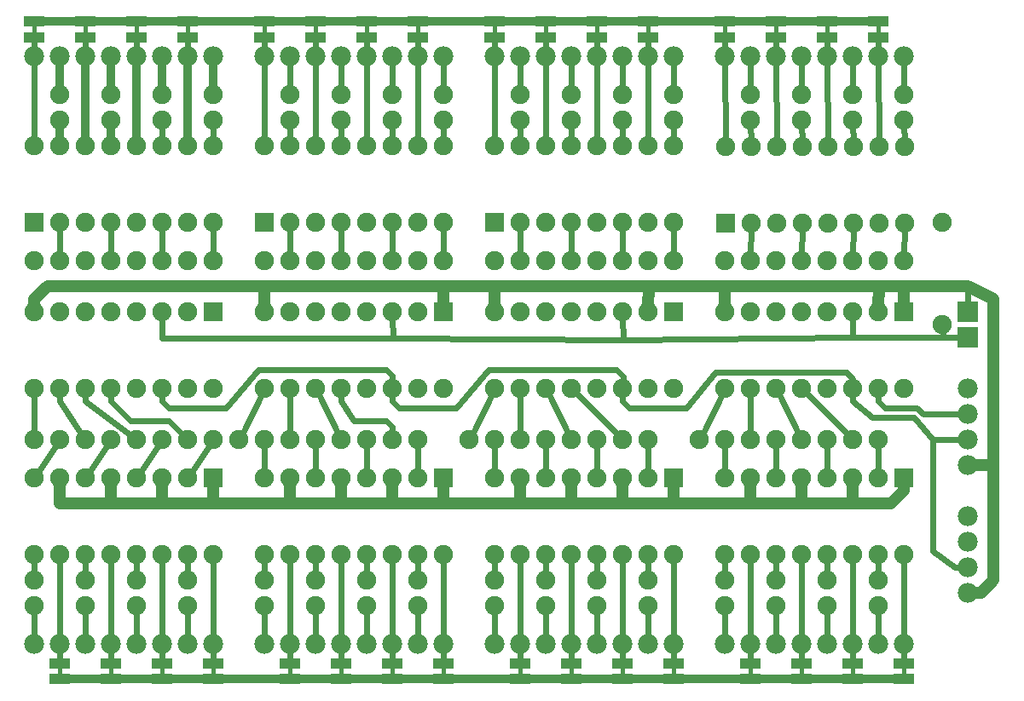
<source format=gbl>
G04 MADE WITH FRITZING*
G04 WWW.FRITZING.ORG*
G04 DOUBLE SIDED*
G04 HOLES PLATED*
G04 CONTOUR ON CENTER OF CONTOUR VECTOR*
%ASAXBY*%
%FSLAX23Y23*%
%MOIN*%
%OFA0B0*%
%SFA1.0B1.0*%
%ADD10C,0.075000*%
%ADD11C,0.078000*%
%ADD12R,0.078740X0.078740*%
%ADD13R,0.075000X0.075000*%
%ADD14R,0.078740X0.039370*%
%ADD15C,0.024000*%
%ADD16C,0.048000*%
%ADD17C,0.032000*%
%ADD18C,0.016000*%
%LNCOPPER0*%
G90*
G70*
G54D10*
X3673Y1854D03*
X3673Y1454D03*
G54D11*
X823Y2504D03*
X723Y2504D03*
X623Y2504D03*
X523Y2504D03*
X423Y2504D03*
X323Y2504D03*
X223Y2504D03*
X123Y2504D03*
X1723Y2504D03*
X1623Y2504D03*
X1523Y2504D03*
X1423Y2504D03*
X1323Y2504D03*
X1223Y2504D03*
X1123Y2504D03*
X1023Y2504D03*
X2623Y2504D03*
X2523Y2504D03*
X2423Y2504D03*
X2323Y2504D03*
X2223Y2504D03*
X2123Y2504D03*
X2023Y2504D03*
X1923Y2504D03*
X3523Y2504D03*
X3423Y2504D03*
X3323Y2504D03*
X3223Y2504D03*
X3123Y2504D03*
X3023Y2504D03*
X2923Y2504D03*
X2823Y2504D03*
G54D10*
X823Y1504D03*
X823Y1204D03*
X723Y1504D03*
X723Y1204D03*
X623Y1504D03*
X623Y1204D03*
X523Y1504D03*
X523Y1204D03*
X423Y1504D03*
X423Y1204D03*
X323Y1504D03*
X323Y1204D03*
X223Y1504D03*
X223Y1204D03*
X123Y1504D03*
X123Y1204D03*
X1723Y1504D03*
X1723Y1204D03*
X1623Y1504D03*
X1623Y1204D03*
X1523Y1504D03*
X1523Y1204D03*
X1423Y1504D03*
X1423Y1204D03*
X1323Y1504D03*
X1323Y1204D03*
X1223Y1504D03*
X1223Y1204D03*
X1123Y1504D03*
X1123Y1204D03*
X1023Y1504D03*
X1023Y1204D03*
X2623Y1504D03*
X2623Y1204D03*
X2523Y1504D03*
X2523Y1204D03*
X2423Y1504D03*
X2423Y1204D03*
X2323Y1504D03*
X2323Y1204D03*
X2223Y1504D03*
X2223Y1204D03*
X2123Y1504D03*
X2123Y1204D03*
X2023Y1504D03*
X2023Y1204D03*
X1923Y1504D03*
X1923Y1204D03*
X3523Y1504D03*
X3523Y1204D03*
X3423Y1504D03*
X3423Y1204D03*
X3323Y1504D03*
X3323Y1204D03*
X3223Y1504D03*
X3223Y1204D03*
X3123Y1504D03*
X3123Y1204D03*
X3023Y1504D03*
X3023Y1204D03*
X2923Y1504D03*
X2923Y1204D03*
X2823Y1504D03*
X2823Y1204D03*
G54D11*
X3773Y704D03*
X3773Y604D03*
X3773Y504D03*
X3773Y404D03*
X3773Y1204D03*
X3773Y1104D03*
X3773Y1004D03*
X3773Y904D03*
G54D10*
X823Y854D03*
X823Y554D03*
X723Y854D03*
X723Y554D03*
X623Y854D03*
X623Y554D03*
X523Y854D03*
X523Y554D03*
X423Y854D03*
X423Y554D03*
X323Y854D03*
X323Y554D03*
X223Y854D03*
X223Y554D03*
X123Y854D03*
X123Y554D03*
X1723Y854D03*
X1723Y554D03*
X1623Y854D03*
X1623Y554D03*
X1523Y854D03*
X1523Y554D03*
X1423Y854D03*
X1423Y554D03*
X1323Y854D03*
X1323Y554D03*
X1223Y854D03*
X1223Y554D03*
X1123Y854D03*
X1123Y554D03*
X1023Y854D03*
X1023Y554D03*
X2623Y854D03*
X2623Y554D03*
X2523Y854D03*
X2523Y554D03*
X2423Y854D03*
X2423Y554D03*
X2323Y854D03*
X2323Y554D03*
X2223Y854D03*
X2223Y554D03*
X2123Y854D03*
X2123Y554D03*
X2023Y854D03*
X2023Y554D03*
X1923Y854D03*
X1923Y554D03*
X3523Y854D03*
X3523Y554D03*
X3423Y854D03*
X3423Y554D03*
X3323Y854D03*
X3323Y554D03*
X3223Y854D03*
X3223Y554D03*
X3123Y854D03*
X3123Y554D03*
X3023Y854D03*
X3023Y554D03*
X2923Y854D03*
X2923Y554D03*
X2823Y854D03*
X2823Y554D03*
X123Y1854D03*
X123Y2154D03*
X223Y1854D03*
X223Y2154D03*
X323Y1854D03*
X323Y2154D03*
X423Y1854D03*
X423Y2154D03*
X523Y1854D03*
X523Y2154D03*
X623Y1854D03*
X623Y2154D03*
X723Y1854D03*
X723Y2154D03*
X823Y1854D03*
X823Y2154D03*
X1923Y1854D03*
X1923Y2154D03*
X2023Y1854D03*
X2023Y2154D03*
X2123Y1854D03*
X2123Y2154D03*
X2223Y1854D03*
X2223Y2154D03*
X2323Y1854D03*
X2323Y2154D03*
X2423Y1854D03*
X2423Y2154D03*
X2523Y1854D03*
X2523Y2154D03*
X2623Y1854D03*
X2623Y2154D03*
X1023Y1854D03*
X1023Y2154D03*
X1123Y1854D03*
X1123Y2154D03*
X1223Y1854D03*
X1223Y2154D03*
X1323Y1854D03*
X1323Y2154D03*
X1423Y1854D03*
X1423Y2154D03*
X1523Y1854D03*
X1523Y2154D03*
X1623Y1854D03*
X1623Y2154D03*
X1723Y1854D03*
X1723Y2154D03*
X2824Y1853D03*
X2824Y2153D03*
X2924Y1853D03*
X2924Y2153D03*
X3024Y1853D03*
X3024Y2153D03*
X3124Y1853D03*
X3124Y2153D03*
X3224Y1853D03*
X3224Y2153D03*
X3324Y1853D03*
X3324Y2153D03*
X3424Y1853D03*
X3424Y2153D03*
X3524Y1853D03*
X3524Y2153D03*
X3523Y2254D03*
X3523Y2354D03*
X3123Y2354D03*
X3123Y2254D03*
X1723Y2354D03*
X1723Y2254D03*
X2623Y2354D03*
X2623Y2254D03*
X1523Y2354D03*
X1523Y2254D03*
X2423Y2354D03*
X2423Y2254D03*
X1323Y2354D03*
X1323Y2254D03*
X2223Y2354D03*
X2223Y2254D03*
X1123Y2354D03*
X1123Y2254D03*
X2023Y2354D03*
X2023Y2254D03*
X3323Y1004D03*
X3423Y1004D03*
X3123Y1004D03*
X3223Y1004D03*
X2923Y1004D03*
X3023Y1004D03*
X123Y1004D03*
X223Y1004D03*
X923Y1004D03*
X1023Y1004D03*
X1823Y1004D03*
X1923Y1004D03*
X323Y1004D03*
X423Y1004D03*
X1123Y1004D03*
X1223Y1004D03*
X2023Y1004D03*
X2123Y1004D03*
X523Y1004D03*
X623Y1004D03*
X1323Y1004D03*
X1423Y1004D03*
X2223Y1004D03*
X2323Y1004D03*
X723Y1004D03*
X823Y1004D03*
X1523Y1004D03*
X1623Y1004D03*
X2423Y1004D03*
X2523Y1004D03*
X2723Y1004D03*
X2823Y1004D03*
X3423Y1704D03*
X3523Y1704D03*
X3023Y1704D03*
X3123Y1704D03*
X3323Y1704D03*
X3223Y1704D03*
X723Y1704D03*
X823Y1704D03*
X1623Y1704D03*
X1723Y1704D03*
X2523Y1704D03*
X2623Y1704D03*
X623Y1704D03*
X523Y1704D03*
X1523Y1704D03*
X1423Y1704D03*
X2423Y1704D03*
X2323Y1704D03*
X323Y1704D03*
X423Y1704D03*
X1223Y1704D03*
X1323Y1704D03*
X2123Y1704D03*
X2223Y1704D03*
X223Y1704D03*
X123Y1704D03*
X1123Y1704D03*
X1023Y1704D03*
X2023Y1704D03*
X1923Y1704D03*
X2923Y1704D03*
X2823Y1704D03*
X3423Y454D03*
X3423Y354D03*
X3223Y454D03*
X3223Y354D03*
X3023Y454D03*
X3023Y354D03*
X723Y454D03*
X723Y354D03*
X1623Y454D03*
X1623Y354D03*
X2523Y454D03*
X2523Y354D03*
X523Y454D03*
X523Y354D03*
X1423Y454D03*
X1423Y354D03*
X2323Y454D03*
X2323Y354D03*
X323Y454D03*
X323Y354D03*
X1223Y454D03*
X1223Y354D03*
X2123Y454D03*
X2123Y354D03*
X123Y454D03*
X123Y354D03*
X1023Y454D03*
X1023Y354D03*
X1923Y454D03*
X1923Y354D03*
X2823Y454D03*
X2823Y354D03*
X823Y2354D03*
X823Y2254D03*
X623Y2354D03*
X623Y2254D03*
X223Y2354D03*
X223Y2254D03*
X423Y2354D03*
X423Y2254D03*
G54D11*
X123Y204D03*
X223Y204D03*
X323Y204D03*
X423Y204D03*
X523Y204D03*
X623Y204D03*
X723Y204D03*
X823Y204D03*
X2823Y204D03*
X2923Y204D03*
X3023Y204D03*
X3123Y204D03*
X3223Y204D03*
X3323Y204D03*
X3423Y204D03*
X3523Y204D03*
X1923Y204D03*
X2023Y204D03*
X2123Y204D03*
X2223Y204D03*
X2323Y204D03*
X2423Y204D03*
X2523Y204D03*
X2623Y204D03*
X1023Y204D03*
X1123Y204D03*
X1223Y204D03*
X1323Y204D03*
X1423Y204D03*
X1523Y204D03*
X1623Y204D03*
X1723Y204D03*
G54D10*
X3323Y2254D03*
X3323Y2354D03*
X2923Y2354D03*
X2923Y2254D03*
G54D12*
X3773Y1504D03*
X3773Y1404D03*
G54D13*
X823Y1504D03*
X1723Y1504D03*
X2623Y1504D03*
X3523Y1504D03*
X823Y854D03*
X1723Y854D03*
X2623Y854D03*
X3523Y854D03*
X123Y1854D03*
X1923Y1854D03*
X1023Y1854D03*
X2824Y1853D03*
G54D14*
X2823Y2642D03*
X223Y129D03*
X423Y67D03*
X423Y129D03*
X623Y67D03*
X223Y67D03*
X123Y2579D03*
X523Y2579D03*
X623Y129D03*
X323Y2642D03*
X123Y2642D03*
X323Y2579D03*
X823Y67D03*
X1523Y67D03*
X523Y2642D03*
X1523Y129D03*
X1723Y129D03*
X1723Y67D03*
X1323Y129D03*
X823Y129D03*
X1323Y67D03*
X1123Y67D03*
X2023Y67D03*
X2023Y129D03*
X1123Y129D03*
X2123Y2642D03*
X3423Y2642D03*
X2323Y2579D03*
X2523Y2642D03*
X723Y2579D03*
X2523Y2579D03*
X3423Y2579D03*
X2823Y2579D03*
X3223Y2642D03*
X3023Y2642D03*
X3223Y2579D03*
X3023Y2579D03*
X2323Y2642D03*
X1223Y2642D03*
X1423Y2579D03*
X1023Y2642D03*
X723Y2642D03*
X1023Y2579D03*
X1223Y2579D03*
X1423Y2642D03*
X1923Y2642D03*
X1923Y2579D03*
X2123Y2579D03*
X1623Y2642D03*
X1623Y2579D03*
X2423Y67D03*
X2423Y129D03*
X3523Y67D03*
X3323Y67D03*
X3123Y67D03*
X2923Y67D03*
X2623Y67D03*
X3523Y129D03*
X3323Y129D03*
X3123Y129D03*
X2923Y129D03*
X2623Y129D03*
X2223Y67D03*
X2223Y129D03*
G54D15*
X3773Y1604D02*
X3773Y1536D01*
D02*
X623Y1403D02*
X623Y1487D01*
D02*
X1524Y1403D02*
X623Y1403D01*
D02*
X1523Y1487D02*
X1524Y1403D01*
D02*
X2425Y1396D02*
X2423Y1487D01*
D02*
X1524Y1403D02*
X2425Y1396D01*
D02*
X3323Y1404D02*
X3323Y1487D01*
D02*
X2425Y1396D02*
X3323Y1404D01*
D02*
X3674Y1405D02*
X3742Y1404D01*
D02*
X3673Y1437D02*
X3674Y1405D01*
D02*
X3323Y1404D02*
X3674Y1405D01*
G54D16*
D02*
X1023Y1604D02*
X174Y1604D01*
D02*
X174Y1604D02*
X123Y1554D01*
D02*
X1023Y1604D02*
X1023Y1522D01*
D02*
X1723Y1604D02*
X1023Y1604D01*
D02*
X123Y1554D02*
X123Y1522D01*
D02*
X1723Y1604D02*
X1923Y1604D01*
D02*
X1923Y1604D02*
X1923Y1522D01*
D02*
X1723Y1604D02*
X1723Y1522D01*
D02*
X2524Y1604D02*
X1923Y1604D01*
D02*
X2524Y1604D02*
X2523Y1522D01*
D02*
X2823Y1604D02*
X2524Y1604D01*
D02*
X2823Y1604D02*
X2823Y1522D01*
D02*
X3424Y1605D02*
X2823Y1604D01*
D02*
X3523Y1604D02*
X3424Y1605D01*
D02*
X3424Y1605D02*
X3423Y1522D01*
G54D15*
D02*
X2824Y2171D02*
X2823Y2485D01*
D02*
X3448Y1130D02*
X3423Y1154D01*
D02*
X3423Y1154D02*
X3423Y1187D01*
D02*
X3573Y1130D02*
X3448Y1130D01*
D02*
X3598Y1104D02*
X3573Y1130D01*
D02*
X3754Y1104D02*
X3598Y1104D01*
D02*
X2923Y2372D02*
X2923Y2485D01*
D02*
X3024Y2171D02*
X3023Y2485D01*
D02*
X3123Y2372D02*
X3123Y2485D01*
D02*
X3224Y2171D02*
X3223Y2485D01*
D02*
X3323Y2372D02*
X3323Y2485D01*
D02*
X3424Y2171D02*
X3423Y2485D01*
D02*
X3523Y2372D02*
X3523Y2485D01*
D02*
X1923Y2172D02*
X1923Y2485D01*
D02*
X2023Y2372D02*
X2023Y2485D01*
D02*
X2123Y2172D02*
X2123Y2485D01*
D02*
X2223Y2372D02*
X2223Y2485D01*
D02*
X2323Y2172D02*
X2323Y2485D01*
D02*
X2423Y2372D02*
X2423Y2485D01*
D02*
X2523Y2172D02*
X2523Y2485D01*
D02*
X2623Y2372D02*
X2623Y2485D01*
D02*
X1723Y2372D02*
X1723Y2485D01*
D02*
X1623Y2172D02*
X1623Y2485D01*
D02*
X1523Y2372D02*
X1523Y2485D01*
D02*
X1423Y2172D02*
X1423Y2485D01*
D02*
X1323Y2372D02*
X1323Y2485D01*
D02*
X1223Y2172D02*
X1223Y2485D01*
D02*
X1123Y2372D02*
X1123Y2485D01*
D02*
X1023Y2172D02*
X1023Y2485D01*
G54D17*
D02*
X323Y2172D02*
X323Y2485D01*
D02*
X523Y2172D02*
X523Y2485D01*
D02*
X723Y2172D02*
X723Y2485D01*
G54D16*
D02*
X3873Y904D02*
X3792Y904D01*
D02*
X3873Y904D02*
X3872Y454D01*
D02*
X3872Y1554D02*
X3873Y904D01*
D02*
X3773Y1604D02*
X3872Y1554D01*
D02*
X3872Y454D02*
X3824Y404D01*
D02*
X3623Y1604D02*
X3773Y1604D01*
D02*
X3523Y1604D02*
X3623Y1604D01*
D02*
X3523Y1522D02*
X3523Y1604D01*
D02*
X3824Y404D02*
X3792Y404D01*
G54D15*
D02*
X1123Y2172D02*
X1123Y2237D01*
D02*
X1323Y2172D02*
X1323Y2237D01*
D02*
X1523Y2172D02*
X1523Y2237D01*
D02*
X1723Y2172D02*
X1723Y2237D01*
D02*
X1723Y1722D02*
X1723Y1837D01*
D02*
X1523Y1722D02*
X1523Y1837D01*
D02*
X1323Y1722D02*
X1323Y1837D01*
D02*
X1123Y1722D02*
X1123Y1837D01*
D02*
X223Y1722D02*
X223Y1837D01*
D02*
X423Y1722D02*
X423Y1837D01*
D02*
X623Y1722D02*
X623Y1837D01*
D02*
X823Y1722D02*
X823Y1837D01*
D02*
X123Y1022D02*
X123Y1187D01*
D02*
X223Y1155D02*
X223Y1187D01*
D02*
X313Y1019D02*
X223Y1155D01*
D02*
X323Y1155D02*
X323Y1187D01*
D02*
X509Y1015D02*
X323Y1155D01*
D02*
X648Y1079D02*
X498Y1079D01*
D02*
X711Y1016D02*
X648Y1079D01*
D02*
X423Y1154D02*
X423Y1187D01*
D02*
X498Y1079D02*
X423Y1154D01*
D02*
X931Y1020D02*
X1015Y1188D01*
D02*
X1123Y1022D02*
X1123Y1187D01*
D02*
X1315Y1020D02*
X1231Y1188D01*
D02*
X1498Y1079D02*
X1373Y1079D01*
D02*
X1373Y1079D02*
X1323Y1154D01*
D02*
X1523Y1054D02*
X1498Y1079D01*
D02*
X1323Y1154D02*
X1323Y1187D01*
D02*
X1523Y1022D02*
X1523Y1054D01*
D02*
X133Y869D02*
X213Y990D01*
D02*
X333Y869D02*
X413Y990D01*
D02*
X533Y869D02*
X613Y990D01*
D02*
X733Y869D02*
X813Y990D01*
D02*
X1023Y872D02*
X1023Y987D01*
D02*
X1223Y872D02*
X1223Y987D01*
D02*
X1423Y872D02*
X1423Y987D01*
D02*
X1623Y872D02*
X1623Y987D01*
G54D16*
D02*
X2023Y754D02*
X1723Y754D01*
D02*
X1723Y754D02*
X1523Y754D01*
D02*
X1723Y754D02*
X1723Y837D01*
D02*
X1523Y754D02*
X1323Y754D01*
D02*
X1523Y754D02*
X1523Y837D01*
D02*
X1323Y754D02*
X1123Y754D01*
D02*
X1323Y754D02*
X1323Y837D01*
D02*
X1123Y754D02*
X823Y754D01*
D02*
X823Y754D02*
X622Y754D01*
D02*
X1123Y754D02*
X1123Y837D01*
D02*
X622Y754D02*
X423Y754D01*
D02*
X823Y754D02*
X823Y837D01*
D02*
X423Y754D02*
X223Y754D01*
D02*
X622Y754D02*
X623Y837D01*
D02*
X223Y754D02*
X223Y837D01*
D02*
X423Y754D02*
X423Y837D01*
G54D15*
D02*
X1023Y472D02*
X1023Y537D01*
D02*
X1223Y472D02*
X1223Y537D01*
D02*
X1423Y472D02*
X1423Y537D01*
D02*
X1623Y472D02*
X1623Y537D01*
D02*
X723Y472D02*
X723Y537D01*
D02*
X523Y472D02*
X523Y537D01*
D02*
X323Y472D02*
X323Y537D01*
D02*
X123Y472D02*
X123Y537D01*
D02*
X2924Y1836D02*
X2923Y1722D01*
D02*
X3124Y1836D02*
X3123Y1722D01*
D02*
X3324Y1836D02*
X3323Y1722D01*
D02*
X3524Y1836D02*
X3523Y1722D01*
D02*
X3636Y1004D02*
X3754Y1004D01*
D02*
X3560Y1092D02*
X3636Y1004D01*
D02*
X3323Y1154D02*
X3398Y1092D01*
D02*
X3398Y1092D02*
X3560Y1092D01*
D02*
X3323Y1187D02*
X3323Y1154D01*
D02*
X3636Y567D02*
X3723Y505D01*
D02*
X3636Y1004D02*
X3636Y567D01*
D02*
X2823Y472D02*
X2823Y537D01*
D02*
X3023Y472D02*
X3023Y537D01*
D02*
X3223Y472D02*
X3223Y537D01*
D02*
X3423Y472D02*
X3423Y537D01*
D02*
X2823Y872D02*
X2823Y987D01*
D02*
X3023Y872D02*
X3023Y987D01*
D02*
X3223Y872D02*
X3223Y987D01*
D02*
X3423Y872D02*
X3423Y987D01*
G54D16*
D02*
X3123Y754D02*
X3323Y754D01*
D02*
X3323Y754D02*
X3323Y837D01*
D02*
X3123Y754D02*
X2923Y754D01*
D02*
X3323Y754D02*
X3473Y754D01*
D02*
X2923Y754D02*
X2923Y837D01*
D02*
X3123Y837D02*
X3123Y754D01*
D02*
X3523Y804D02*
X3523Y837D01*
D02*
X2623Y754D02*
X2423Y754D01*
D02*
X2423Y754D02*
X2223Y754D01*
D02*
X2423Y754D02*
X2423Y837D01*
D02*
X2923Y754D02*
X2623Y754D01*
D02*
X2623Y754D02*
X2623Y837D01*
D02*
X2223Y754D02*
X2023Y754D01*
D02*
X2223Y754D02*
X2223Y837D01*
D02*
X2023Y754D02*
X2023Y837D01*
G54D15*
D02*
X2023Y2172D02*
X2023Y2237D01*
D02*
X2223Y2172D02*
X2223Y2237D01*
D02*
X2423Y2172D02*
X2423Y2237D01*
D02*
X2623Y2172D02*
X2623Y2237D01*
D02*
X2924Y2171D02*
X2923Y2237D01*
D02*
X3124Y2171D02*
X3123Y2237D01*
D02*
X3324Y2171D02*
X3323Y2237D01*
D02*
X3524Y2171D02*
X3523Y2237D01*
D02*
X2023Y1722D02*
X2023Y1837D01*
D02*
X2223Y1722D02*
X2223Y1837D01*
D02*
X2423Y1722D02*
X2423Y1837D01*
D02*
X2623Y1722D02*
X2623Y1837D01*
D02*
X1831Y1020D02*
X1915Y1188D01*
D02*
X2023Y1022D02*
X2023Y1187D01*
D02*
X2215Y1020D02*
X2131Y1188D01*
D02*
X2411Y1017D02*
X2235Y1192D01*
D02*
X2523Y872D02*
X2523Y987D01*
D02*
X2323Y872D02*
X2323Y987D01*
D02*
X2123Y872D02*
X2123Y987D01*
D02*
X1923Y872D02*
X1923Y987D01*
D02*
X1923Y472D02*
X1923Y537D01*
D02*
X2123Y472D02*
X2123Y537D01*
D02*
X2323Y472D02*
X2323Y537D01*
D02*
X2523Y472D02*
X2523Y537D01*
D02*
X873Y1130D02*
X648Y1130D01*
D02*
X648Y1130D02*
X623Y1154D01*
D02*
X1498Y1279D02*
X998Y1279D01*
D02*
X1523Y1254D02*
X1498Y1279D01*
D02*
X998Y1279D02*
X873Y1130D01*
D02*
X623Y1154D02*
X623Y1187D01*
D02*
X1523Y1254D02*
X1523Y1222D01*
D02*
X1899Y1279D02*
X1773Y1130D01*
D02*
X1548Y1130D02*
X1523Y1154D01*
D02*
X1523Y1154D02*
X1523Y1187D01*
D02*
X1773Y1130D02*
X1548Y1130D01*
D02*
X2398Y1279D02*
X1899Y1279D01*
D02*
X2425Y1251D02*
X2398Y1279D01*
D02*
X2448Y1130D02*
X2673Y1130D01*
D02*
X2423Y1154D02*
X2448Y1130D01*
D02*
X2423Y1187D02*
X2423Y1154D01*
D02*
X3298Y1267D02*
X3323Y1241D01*
D02*
X2785Y1267D02*
X3298Y1267D01*
D02*
X2673Y1130D02*
X2785Y1267D01*
D02*
X3323Y1241D02*
X3323Y1222D01*
D02*
X2424Y1222D02*
X2425Y1251D01*
D02*
X3311Y1017D02*
X3135Y1192D01*
D02*
X3115Y1020D02*
X3031Y1188D01*
D02*
X2923Y1022D02*
X2923Y1187D01*
D02*
X2731Y1020D02*
X2815Y1188D01*
G54D17*
D02*
X623Y2372D02*
X623Y2485D01*
D02*
X823Y2372D02*
X823Y2485D01*
G54D15*
D02*
X823Y2172D02*
X823Y2237D01*
D02*
X623Y2172D02*
X623Y2237D01*
D02*
X123Y2172D02*
X123Y2485D01*
D02*
X123Y337D02*
X123Y223D01*
D02*
X223Y537D02*
X223Y223D01*
D02*
X423Y537D02*
X423Y223D01*
D02*
X323Y337D02*
X323Y223D01*
D02*
X523Y337D02*
X523Y223D01*
D02*
X623Y537D02*
X623Y223D01*
D02*
X723Y337D02*
X723Y223D01*
D02*
X823Y537D02*
X823Y223D01*
D02*
X1023Y223D02*
X1023Y337D01*
D02*
X1123Y223D02*
X1123Y537D01*
D02*
X1223Y223D02*
X1223Y337D01*
D02*
X1323Y223D02*
X1323Y537D01*
D02*
X1423Y223D02*
X1423Y337D01*
D02*
X1523Y223D02*
X1523Y537D01*
D02*
X1623Y223D02*
X1623Y337D01*
D02*
X1723Y223D02*
X1723Y537D01*
D02*
X1923Y223D02*
X1923Y337D01*
D02*
X2023Y223D02*
X2023Y537D01*
D02*
X2223Y223D02*
X2223Y537D01*
D02*
X2423Y223D02*
X2423Y537D01*
D02*
X2323Y223D02*
X2323Y337D01*
D02*
X2123Y223D02*
X2123Y337D01*
D02*
X2523Y223D02*
X2523Y337D01*
D02*
X2623Y223D02*
X2623Y537D01*
D02*
X2823Y223D02*
X2823Y337D01*
D02*
X2923Y223D02*
X2923Y537D01*
D02*
X3023Y223D02*
X3023Y337D01*
D02*
X3123Y223D02*
X3123Y537D01*
D02*
X3223Y223D02*
X3223Y337D01*
D02*
X3323Y223D02*
X3323Y537D01*
D02*
X3423Y223D02*
X3423Y337D01*
D02*
X3523Y223D02*
X3523Y537D01*
G54D17*
D02*
X423Y2172D02*
X423Y2237D01*
D02*
X223Y2172D02*
X223Y2237D01*
D02*
X223Y2372D02*
X223Y2485D01*
D02*
X423Y2372D02*
X423Y2485D01*
D02*
X2989Y2642D02*
X2857Y2642D01*
G54D15*
D02*
X3023Y2523D02*
X3023Y2565D01*
D02*
X2823Y2523D02*
X2823Y2565D01*
G54D18*
D02*
X3023Y2593D02*
X3023Y2628D01*
G54D17*
D02*
X3189Y2642D02*
X3057Y2642D01*
D02*
X3257Y2642D02*
X3389Y2642D01*
G54D15*
D02*
X3223Y2523D02*
X3223Y2565D01*
D02*
X3423Y2523D02*
X3423Y2565D01*
G54D18*
D02*
X3423Y2593D02*
X3423Y2628D01*
D02*
X3223Y2628D02*
X3223Y2593D01*
D02*
X2823Y2628D02*
X2823Y2593D01*
G54D15*
D02*
X1923Y2565D02*
X1923Y2523D01*
D02*
X2123Y2565D02*
X2123Y2523D01*
D02*
X2323Y2565D02*
X2323Y2523D01*
D02*
X2523Y2565D02*
X2523Y2523D01*
G54D17*
D02*
X2789Y2642D02*
X2557Y2642D01*
D02*
X2489Y2642D02*
X2357Y2642D01*
D02*
X2289Y2642D02*
X2157Y2642D01*
D02*
X2089Y2642D02*
X1957Y2642D01*
G54D18*
D02*
X1923Y2628D02*
X1923Y2593D01*
D02*
X2123Y2628D02*
X2123Y2593D01*
D02*
X2323Y2628D02*
X2323Y2593D01*
D02*
X2523Y2628D02*
X2523Y2593D01*
G54D17*
D02*
X1889Y2642D02*
X1657Y2642D01*
D02*
X1589Y2642D02*
X1457Y2642D01*
D02*
X1389Y2642D02*
X1257Y2642D01*
D02*
X1189Y2642D02*
X1057Y2642D01*
G54D15*
D02*
X1023Y2565D02*
X1023Y2523D01*
D02*
X1223Y2565D02*
X1223Y2523D01*
D02*
X1423Y2565D02*
X1423Y2523D01*
D02*
X1623Y2565D02*
X1623Y2523D01*
G54D18*
D02*
X1623Y2628D02*
X1623Y2593D01*
D02*
X1423Y2628D02*
X1423Y2593D01*
D02*
X1223Y2628D02*
X1223Y2593D01*
D02*
X1023Y2628D02*
X1023Y2593D01*
G54D17*
D02*
X289Y2642D02*
X157Y2642D01*
D02*
X489Y2642D02*
X357Y2642D01*
D02*
X689Y2642D02*
X557Y2642D01*
D02*
X989Y2642D02*
X757Y2642D01*
G54D15*
D02*
X123Y2523D02*
X123Y2565D01*
D02*
X323Y2523D02*
X323Y2565D01*
D02*
X523Y2523D02*
X523Y2565D01*
D02*
X723Y2523D02*
X723Y2565D01*
G54D18*
D02*
X723Y2628D02*
X723Y2593D01*
D02*
X323Y2628D02*
X323Y2593D01*
D02*
X523Y2628D02*
X523Y2593D01*
D02*
X123Y2628D02*
X123Y2593D01*
G54D17*
D02*
X389Y67D02*
X257Y67D01*
D02*
X589Y67D02*
X457Y67D01*
D02*
X789Y67D02*
X657Y67D01*
D02*
X1089Y67D02*
X857Y67D01*
D02*
X1289Y67D02*
X1157Y67D01*
D02*
X1489Y67D02*
X1357Y67D01*
D02*
X1689Y67D02*
X1557Y67D01*
G54D18*
D02*
X1723Y81D02*
X1723Y115D01*
D02*
X1523Y81D02*
X1523Y115D01*
D02*
X1323Y81D02*
X1323Y115D01*
D02*
X1123Y81D02*
X1123Y115D01*
D02*
X823Y81D02*
X823Y115D01*
D02*
X623Y81D02*
X623Y115D01*
D02*
X423Y81D02*
X423Y115D01*
D02*
X223Y81D02*
X223Y115D01*
G54D15*
D02*
X223Y143D02*
X223Y185D01*
D02*
X423Y143D02*
X423Y185D01*
D02*
X623Y143D02*
X623Y185D01*
D02*
X823Y143D02*
X823Y185D01*
D02*
X1123Y143D02*
X1123Y185D01*
D02*
X1323Y143D02*
X1323Y185D01*
D02*
X1523Y143D02*
X1523Y185D01*
D02*
X1723Y143D02*
X1723Y185D01*
G54D17*
D02*
X1989Y67D02*
X1757Y67D01*
D02*
X2189Y67D02*
X2057Y67D01*
D02*
X2389Y67D02*
X2257Y67D01*
D02*
X2589Y67D02*
X2457Y67D01*
G54D18*
D02*
X2023Y81D02*
X2023Y115D01*
D02*
X2223Y81D02*
X2223Y115D01*
D02*
X2423Y81D02*
X2423Y115D01*
D02*
X2623Y81D02*
X2623Y115D01*
G54D15*
D02*
X2023Y143D02*
X2023Y185D01*
D02*
X2223Y143D02*
X2223Y185D01*
D02*
X2423Y143D02*
X2423Y185D01*
D02*
X2623Y143D02*
X2623Y185D01*
G54D17*
D02*
X2889Y67D02*
X2657Y67D01*
D02*
X3089Y67D02*
X2957Y67D01*
D02*
X3289Y67D02*
X3157Y67D01*
D02*
X3489Y67D02*
X3357Y67D01*
G54D18*
D02*
X3523Y81D02*
X3523Y115D01*
D02*
X3323Y81D02*
X3323Y115D01*
D02*
X3123Y81D02*
X3123Y115D01*
D02*
X2923Y81D02*
X2923Y115D01*
G54D15*
D02*
X2923Y143D02*
X2923Y185D01*
D02*
X3123Y143D02*
X3123Y185D01*
D02*
X3323Y143D02*
X3323Y185D01*
D02*
X3523Y143D02*
X3523Y185D01*
G54D16*
D02*
X3473Y754D02*
X3523Y804D01*
G54D15*
D02*
X3723Y505D02*
X3754Y504D01*
G04 End of Copper0*
M02*
</source>
